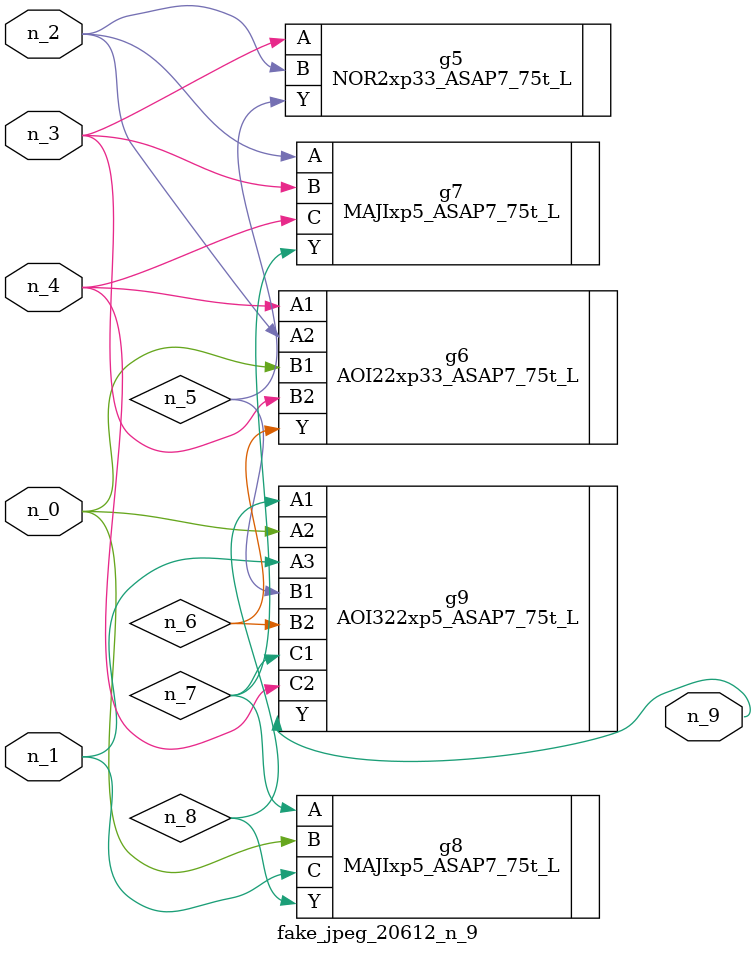
<source format=v>
module fake_jpeg_20612_n_9 (n_3, n_2, n_1, n_0, n_4, n_9);

input n_3;
input n_2;
input n_1;
input n_0;
input n_4;

output n_9;

wire n_8;
wire n_6;
wire n_5;
wire n_7;

NOR2xp33_ASAP7_75t_L g5 ( 
.A(n_3),
.B(n_2),
.Y(n_5)
);

AOI22xp33_ASAP7_75t_L g6 ( 
.A1(n_4),
.A2(n_2),
.B1(n_0),
.B2(n_3),
.Y(n_6)
);

MAJIxp5_ASAP7_75t_L g7 ( 
.A(n_2),
.B(n_3),
.C(n_4),
.Y(n_7)
);

MAJIxp5_ASAP7_75t_L g8 ( 
.A(n_7),
.B(n_0),
.C(n_1),
.Y(n_8)
);

AOI322xp5_ASAP7_75t_L g9 ( 
.A1(n_8),
.A2(n_0),
.A3(n_1),
.B1(n_5),
.B2(n_6),
.C1(n_7),
.C2(n_4),
.Y(n_9)
);


endmodule
</source>
